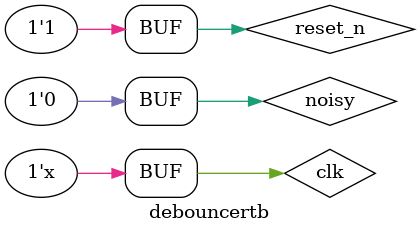
<source format=v>
`timescale 1ns / 1ps


module debouncertb;

	// Inputs
	reg reset_n;
	reg clk;
	reg noisy;

	// Outputs
	wire clean;

	// Instantiate the Unit Under Test (UUT)
	debounce uut (
		.reset_n(reset_n), 
		.clk(clk), 
		.noisy(noisy), 
		.clean(clean)
	);

	initial begin
		// Initialize Inputs
		reset_n = 0;
		clk = 0;
		noisy = 0;

		// Wait 100 ns for global reset to finish
		#100;
        
		// Add stimulus here
	reset_n=1;
	end
      
		always #1 clk=~clk;
		always begin 
				#100;
				#30 noisy=1;
				#50 noisy=0;
				#30 noisy=1;
				#50 noisy=0;
				#30 noisy=1;
				#50 noisy=0;
				#30 noisy=1;
				#50 noisy=0;
				#30 noisy=1;
				#50 noisy=0;
				#30 noisy=1;
				#50 noisy=0;
				#30 noisy=1;
				#50 noisy=0;
				#30 noisy=1;
				#50 noisy=0;
				#30 noisy=1;
				#50 noisy=0;
				#30 noisy=1;
				#50 noisy=0;
				#30 noisy=1;
				#50 noisy=0;
				#30 noisy=1;
				#50 noisy=0;
				#30 noisy=1;
				#1000 noisy=0;
				#30 noisy=1;
				#50 noisy=0;
			
			#2000;
		end
		
		
endmodule


</source>
